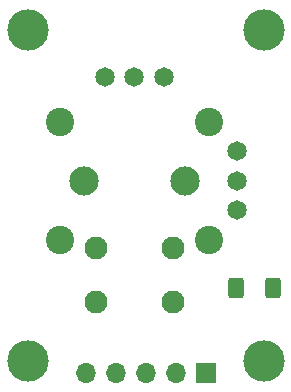
<source format=gbr>
%TF.GenerationSoftware,KiCad,Pcbnew,(6.0.1)*%
%TF.CreationDate,2022-03-21T11:35:37+08:00*%
%TF.ProjectId,Joystick_Board,4a6f7973-7469-4636-9b5f-426f6172642e,rev?*%
%TF.SameCoordinates,Original*%
%TF.FileFunction,Soldermask,Bot*%
%TF.FilePolarity,Negative*%
%FSLAX46Y46*%
G04 Gerber Fmt 4.6, Leading zero omitted, Abs format (unit mm)*
G04 Created by KiCad (PCBNEW (6.0.1)) date 2022-03-21 11:35:37*
%MOMM*%
%LPD*%
G01*
G04 APERTURE LIST*
G04 Aperture macros list*
%AMRoundRect*
0 Rectangle with rounded corners*
0 $1 Rounding radius*
0 $2 $3 $4 $5 $6 $7 $8 $9 X,Y pos of 4 corners*
0 Add a 4 corners polygon primitive as box body*
4,1,4,$2,$3,$4,$5,$6,$7,$8,$9,$2,$3,0*
0 Add four circle primitives for the rounded corners*
1,1,$1+$1,$2,$3*
1,1,$1+$1,$4,$5*
1,1,$1+$1,$6,$7*
1,1,$1+$1,$8,$9*
0 Add four rect primitives between the rounded corners*
20,1,$1+$1,$2,$3,$4,$5,0*
20,1,$1+$1,$4,$5,$6,$7,0*
20,1,$1+$1,$6,$7,$8,$9,0*
20,1,$1+$1,$8,$9,$2,$3,0*%
G04 Aperture macros list end*
%ADD10C,1.950000*%
%ADD11C,1.650000*%
%ADD12C,2.400000*%
%ADD13C,2.475000*%
%ADD14R,1.700000X1.700000*%
%ADD15O,1.700000X1.700000*%
%ADD16C,3.500000*%
%ADD17RoundRect,0.250000X-0.400000X-0.625000X0.400000X-0.625000X0.400000X0.625000X-0.400000X0.625000X0*%
G04 APERTURE END LIST*
D10*
%TO.C,S1*%
X142782000Y-94990000D03*
D11*
X154762000Y-91740000D03*
X154762000Y-89240000D03*
X154762000Y-86740000D03*
D10*
X142782000Y-99490000D03*
D11*
X148532000Y-80510000D03*
X146032000Y-80510000D03*
X143532000Y-80510000D03*
D10*
X149282000Y-94990000D03*
X149282000Y-99490000D03*
D12*
X139707000Y-94240000D03*
X139707000Y-84240000D03*
X152357000Y-94240000D03*
X152357000Y-84240000D03*
D13*
X141732000Y-89240000D03*
X150332000Y-89240000D03*
%TD*%
D14*
%TO.C,J1*%
X152075000Y-105500000D03*
D15*
X149535000Y-105500000D03*
X146995000Y-105500000D03*
X144455000Y-105500000D03*
X141915000Y-105500000D03*
%TD*%
D16*
%TO.C,*%
X157000000Y-104500000D03*
%TD*%
%TO.C,*%
X137000000Y-76500000D03*
%TD*%
%TO.C,U4*%
X137000000Y-104500000D03*
%TD*%
%TO.C,*%
X157000000Y-76500000D03*
%TD*%
D17*
%TO.C,R1*%
X154650000Y-98300000D03*
X157750000Y-98300000D03*
%TD*%
M02*

</source>
